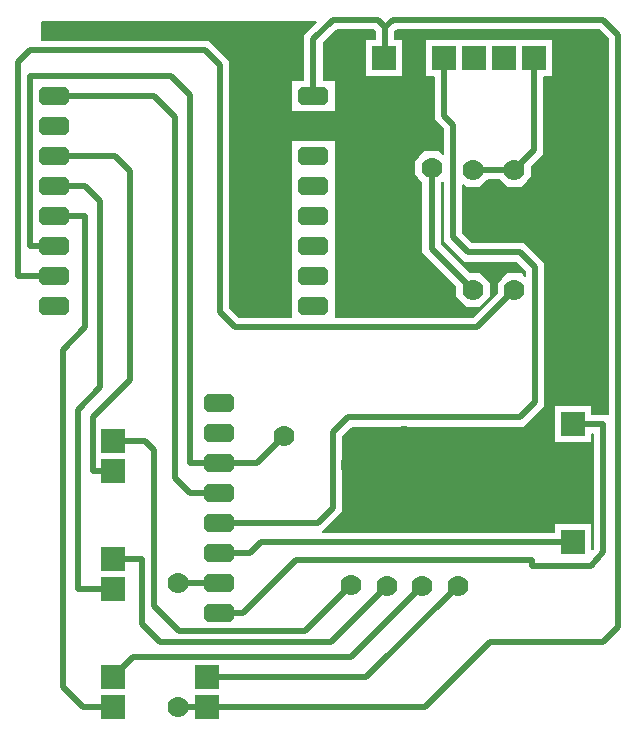
<source format=gbr>
G04 PROTEUS RS274X GERBER FILE*
%FSLAX45Y45*%
%MOMM*%
G01*
%ADD10C,0.508000*%
%ADD11C,0.381000*%
%ADD12C,0.203200*%
%AMDIL003*
4,1,8,
-1.270000,0.457200,-0.965200,0.762000,0.965200,0.762000,1.270000,0.457200,1.270000,-0.457200,
0.965200,-0.762000,-0.965200,-0.762000,-1.270000,-0.457200,-1.270000,0.457200,
0*%
%ADD13DIL003*%
%ADD14R,2.032000X2.032000*%
%ADD15C,1.778000*%
G36*
X-2400000Y+2753359D02*
X-980229Y+2753359D01*
X-802641Y+2575771D01*
X-802641Y+480271D01*
X-726229Y+403859D01*
X-287959Y+403859D01*
X-287959Y+1907159D01*
X+87959Y+1907159D01*
X+87959Y+403859D01*
X+1247729Y+403859D01*
X+1450141Y+606271D01*
X+1450141Y+696074D01*
X+1537926Y+783859D01*
X+1662074Y+783859D01*
X+1691641Y+754292D01*
X+1691641Y+789729D01*
X+1615229Y+866141D01*
X+1170729Y+866141D01*
X+993141Y+1043729D01*
X+993141Y+1547208D01*
X+986359Y+1540426D01*
X+986359Y+1019771D01*
X+1222271Y+783859D01*
X+1312074Y+783859D01*
X+1399859Y+696074D01*
X+1399859Y+571926D01*
X+1312074Y+484141D01*
X+1187926Y+484141D01*
X+1100141Y+571926D01*
X+1100141Y+661729D01*
X+813641Y+948229D01*
X+813641Y+1540426D01*
X+750141Y+1603926D01*
X+750141Y+1728074D01*
X+837926Y+1815859D01*
X+962074Y+1815859D01*
X+993141Y+1784792D01*
X+993141Y+1996229D01*
X+917641Y+2071729D01*
X+917641Y+2437441D01*
X+841441Y+2437441D01*
X+841441Y+2762559D01*
X+1928559Y+2762559D01*
X+1928559Y+2437441D01*
X+1852359Y+2437441D01*
X+1852359Y+1780229D01*
X+1749859Y+1677729D01*
X+1749859Y+1587926D01*
X+1662074Y+1500141D01*
X+1537926Y+1500141D01*
X+1474426Y+1563641D01*
X+1375574Y+1563641D01*
X+1312074Y+1500141D01*
X+1187926Y+1500141D01*
X+1165859Y+1522208D01*
X+1165859Y+1115271D01*
X+1242271Y+1038859D01*
X+1686771Y+1038859D01*
X+1864359Y+861271D01*
X+1864359Y-353271D01*
X+1686771Y-530859D01*
X+226271Y-530859D01*
X+149859Y-607271D01*
X+149859Y-1246771D01*
X-17011Y-1413641D01*
X+1937441Y-1413641D01*
X+1937441Y-1337441D01*
X+2262559Y-1337441D01*
X+2262559Y-1555447D01*
X+2263141Y-1554789D01*
X+2263141Y-586359D01*
X+2262559Y-586359D01*
X+2262559Y-662559D01*
X+1937441Y-662559D01*
X+1937441Y-337441D01*
X+2262559Y-337441D01*
X+2262559Y-413641D01*
X+2385271Y-413641D01*
X+2390141Y-418511D01*
X+2390141Y+2758229D01*
X+2313729Y+2834641D01*
X+607271Y+2834641D01*
X+594359Y+2821729D01*
X+594359Y+2791347D01*
X+592838Y+2762559D01*
X+658559Y+2762559D01*
X+658559Y+2437441D01*
X+333441Y+2437441D01*
X+333441Y+2762559D01*
X+419071Y+2762559D01*
X+421641Y+2797113D01*
X+421641Y+2821729D01*
X+408729Y+2834641D01*
X+99271Y+2834641D01*
X-13641Y+2721729D01*
X-13641Y+2415159D01*
X+87959Y+2415159D01*
X+87959Y+2140841D01*
X-287959Y+2140841D01*
X-287959Y+2415159D01*
X-186359Y+2415159D01*
X-186359Y+2793271D01*
X-79630Y+2900000D01*
X-2400000Y+2900000D01*
X-2400000Y+2753359D01*
G37*
%LPC*%
G36*
X-75081Y+2084160D02*
X-124919Y+2084160D01*
X-160160Y+2048919D01*
X-160160Y+1999081D01*
X-124919Y+1963840D01*
X-75081Y+1963840D01*
X-39840Y+1999081D01*
X-39840Y+2048919D01*
X-75081Y+2084160D01*
G37*
G36*
X+2080960Y+2574750D02*
X+2080960Y+2625250D01*
X+2045250Y+2660960D01*
X+1994750Y+2660960D01*
X+1959040Y+2625250D01*
X+1959040Y+2574750D01*
X+1994750Y+2539040D01*
X+2045250Y+2539040D01*
X+2080960Y+2574750D01*
G37*
G36*
X+810960Y+2574750D02*
X+810960Y+2625250D01*
X+775250Y+2660960D01*
X+724750Y+2660960D01*
X+689040Y+2625250D01*
X+689040Y+2574750D01*
X+724750Y+2539040D01*
X+775250Y+2539040D01*
X+810960Y+2574750D01*
G37*
G36*
X+2074750Y-1306960D02*
X+2125250Y-1306960D01*
X+2160960Y-1271250D01*
X+2160960Y-1220750D01*
X+2125250Y-1185040D01*
X+2074750Y-1185040D01*
X+2039040Y-1220750D01*
X+2039040Y-1271250D01*
X+2074750Y-1306960D01*
G37*
G36*
X+2125250Y-693040D02*
X+2074750Y-693040D01*
X+2039040Y-728750D01*
X+2039040Y-779250D01*
X+2074750Y-814960D01*
X+2125250Y-814960D01*
X+2160960Y-779250D01*
X+2160960Y-728750D01*
X+2125250Y-693040D01*
G37*
G36*
X+239990Y-801740D02*
X+200010Y-801740D01*
X+171740Y-830010D01*
X+171740Y-869990D01*
X+200010Y-898260D01*
X+239990Y-898260D01*
X+268260Y-869990D01*
X+268260Y-830010D01*
X+239990Y-801740D01*
G37*
G36*
X+539990Y-811740D02*
X+500010Y-811740D01*
X+471740Y-840010D01*
X+471740Y-879990D01*
X+500010Y-908260D01*
X+539990Y-908260D01*
X+568260Y-879990D01*
X+568260Y-840010D01*
X+539990Y-811740D01*
G37*
G36*
X+839990Y-811740D02*
X+800010Y-811740D01*
X+771740Y-840010D01*
X+771740Y-879990D01*
X+800010Y-908260D01*
X+839990Y-908260D01*
X+868260Y-879990D01*
X+868260Y-840010D01*
X+839990Y-811740D01*
G37*
G36*
X+1100010Y-902260D02*
X+1139990Y-902260D01*
X+1168260Y-873990D01*
X+1168260Y-834010D01*
X+1139990Y-805740D01*
X+1100010Y-805740D01*
X+1071740Y-834010D01*
X+1071740Y-873990D01*
X+1100010Y-902260D01*
G37*
G36*
X+919990Y+698260D02*
X+880010Y+698260D01*
X+851740Y+669990D01*
X+851740Y+630010D01*
X+880010Y+601740D01*
X+919990Y+601740D01*
X+948260Y+630010D01*
X+948260Y+669990D01*
X+919990Y+698260D01*
G37*
G36*
X+617740Y-580010D02*
X+617740Y-619990D01*
X+646010Y-648260D01*
X+685990Y-648260D01*
X+714260Y-619990D01*
X+714260Y-580010D01*
X+685990Y-551740D01*
X+646010Y-551740D01*
X+617740Y-580010D01*
G37*
%LPD*%
D10*
X+1120000Y-1870000D02*
X+344000Y-2646000D01*
X-1000000Y-2646000D01*
X+1250000Y+634000D02*
X+900000Y+984000D01*
X+900000Y+1666000D01*
X+820000Y-1876000D02*
X+219500Y-2476500D01*
X-1630500Y-2476500D01*
X-1800000Y-2646000D01*
X-900000Y-1592000D02*
X-635000Y-1592000D01*
X-543000Y-1500000D01*
X+2100000Y-1500000D01*
X-900000Y-1084000D02*
X-1143000Y-1084000D01*
X-1270000Y-957000D01*
X-1270000Y+2095500D01*
X-1452500Y+2278000D01*
X-2300000Y+2278000D01*
X-2300000Y+1262000D02*
X-2032000Y+1262000D01*
X-2032000Y+317500D01*
X-2222500Y+127000D01*
X-2222500Y-2730500D01*
X-2053000Y-2900000D01*
X-1800000Y-2900000D01*
X-2300000Y+1516000D02*
X-2032000Y+1516000D01*
X-1905000Y+1389000D01*
X-1905000Y-190500D01*
X-2095500Y-381000D01*
X-2095500Y-1900000D01*
X-1800000Y-1900000D01*
X-2300000Y+1770000D02*
X-1778000Y+1770000D01*
X-1651000Y+1643000D01*
X-1651000Y-127000D01*
X-1968500Y-444500D01*
X-1968500Y-900000D01*
X-1800000Y-900000D01*
D11*
X+2020000Y+2600000D02*
X+2020000Y+1397000D01*
X+1905000Y+1282000D01*
X+1905000Y-754000D01*
X+2100000Y-754000D01*
X+698500Y+1905000D02*
X+698500Y+851500D01*
X+900000Y+650000D01*
X+635000Y+2032000D02*
X+571500Y+2032000D01*
X+563500Y+2024000D01*
X-100000Y+2024000D01*
X+698500Y+1905000D02*
X+698500Y+1968500D01*
X+635000Y+2032000D01*
X+750000Y+2600000D02*
X+750000Y+2222500D01*
X+635000Y+2107500D01*
X+635000Y+2032000D01*
X+520000Y-860000D02*
X+230000Y-860000D01*
X+220000Y-850000D01*
X+820000Y-860000D02*
X+826000Y-854000D01*
X+1120000Y-854000D01*
X+2020000Y+2600000D02*
X+2020000Y+2794000D01*
X+750000Y+2794000D01*
X+750000Y+2600000D01*
X+2100000Y-1246000D02*
X+2100000Y-754000D01*
X+520000Y-860000D02*
X+820000Y-860000D01*
X+2100000Y-1246000D02*
X+1512000Y-1246000D01*
X+1120000Y-854000D01*
X+820000Y-860000D02*
X+820000Y-688900D01*
X+731100Y-600000D01*
X+666000Y-600000D01*
D10*
X-900000Y-830000D02*
X-580000Y-830000D01*
X-350000Y-600000D01*
X+1600000Y+1650000D02*
X+1766000Y+1816000D01*
X+1766000Y+2600000D01*
X+1600000Y+1650000D02*
X+1250000Y+1650000D01*
X-900000Y-1338000D02*
X-63500Y-1338000D01*
X+63500Y-1211000D01*
X+63500Y-571500D01*
X+190500Y-444500D01*
X+1651000Y-444500D01*
X+1778000Y-317500D01*
X+1778000Y+825500D01*
X+1651000Y+952500D01*
X+1206500Y+952500D01*
X+1079500Y+1079500D01*
X+1079500Y+2032000D01*
X+1004000Y+2107500D01*
X+1004000Y+2600000D01*
X+1397000Y-2349500D02*
X+1460500Y-2349500D01*
X+1524000Y-2349500D02*
X+1460500Y-2349500D01*
X+508000Y+2857500D02*
X+571500Y+2921000D01*
X+2349500Y+2921000D01*
X+2476500Y+2794000D01*
X+2476500Y-2222500D01*
X+2349500Y-2349500D01*
X+1524000Y-2349500D01*
X+1397000Y-2349500D02*
X+846500Y-2900000D01*
X-1000000Y-2900000D01*
X+508000Y+2857500D02*
X+444500Y+2921000D01*
X+63500Y+2921000D01*
X-100000Y+2757500D01*
X-100000Y+2278000D01*
X-1000000Y-2900000D02*
X-1250000Y-2900000D01*
X-900000Y-2100000D02*
X-698500Y-2100000D01*
X-248500Y-1650000D01*
X+1750000Y-1650000D01*
X+1750000Y-1700000D01*
X+2250000Y-1700000D01*
X+2349500Y-1587500D01*
X+2349500Y-500000D01*
X+2100000Y-500000D01*
X+508000Y+2857500D02*
X+508000Y+2794000D01*
X+496000Y+2600000D01*
X+520000Y-1876000D02*
X+46500Y-2349500D01*
X-1397000Y-2349500D01*
X-1550000Y-2196500D01*
X-1550000Y-1646000D01*
X-1800000Y-1646000D01*
X-1800000Y-646000D02*
X-1524000Y-646000D01*
X-1450000Y-720000D01*
X-1450000Y-2042500D01*
X-1239175Y-2253325D01*
X-167325Y-2253325D01*
X+220000Y-1866000D01*
X-900000Y-1846000D02*
X-1250000Y-1850000D01*
X-900000Y-830000D02*
X-1143000Y-830000D01*
X-1143000Y+2286000D01*
X-1307000Y+2450000D01*
X-2500000Y+2450000D01*
X-2500000Y+1008000D01*
X-2300000Y+1008000D01*
X-2300000Y+754000D02*
X-2600000Y+754000D01*
X-2600000Y+2564445D01*
X-2497445Y+2667000D01*
X-1016000Y+2667000D01*
X-889000Y+2540000D01*
X-889000Y+444500D01*
X-762000Y+317500D01*
X+1283500Y+317500D01*
X+1600000Y+634000D01*
D12*
X-2400000Y+2753359D02*
X-980229Y+2753359D01*
X-802641Y+2575771D01*
X-802641Y+480271D01*
X-726229Y+403859D01*
X-287959Y+403859D01*
X-287959Y+1907159D01*
X+87959Y+1907159D01*
X+87959Y+403859D01*
X+1247729Y+403859D01*
X+1450141Y+606271D01*
X+1450141Y+696074D01*
X+1537926Y+783859D01*
X+1662074Y+783859D01*
X+1691641Y+754292D01*
X+1691641Y+789729D01*
X+1615229Y+866141D01*
X+1170729Y+866141D01*
X+993141Y+1043729D01*
X+993141Y+1547208D01*
X+986359Y+1540426D01*
X+986359Y+1019771D01*
X+1222271Y+783859D01*
X+1312074Y+783859D01*
X+1399859Y+696074D01*
X+1399859Y+571926D01*
X+1312074Y+484141D01*
X+1187926Y+484141D01*
X+1100141Y+571926D01*
X+1100141Y+661729D01*
X+813641Y+948229D01*
X+813641Y+1540426D01*
X+750141Y+1603926D01*
X+750141Y+1728074D01*
X+837926Y+1815859D01*
X+962074Y+1815859D01*
X+993141Y+1784792D01*
X+993141Y+1996229D01*
X+917641Y+2071729D01*
X+917641Y+2437441D01*
X+841441Y+2437441D01*
X+841441Y+2762559D01*
X+1928559Y+2762559D01*
X+1928559Y+2437441D01*
X+1852359Y+2437441D01*
X+1852359Y+1780229D01*
X+1749859Y+1677729D01*
X+1749859Y+1587926D01*
X+1662074Y+1500141D01*
X+1537926Y+1500141D01*
X+1474426Y+1563641D01*
X+1375574Y+1563641D01*
X+1312074Y+1500141D01*
X+1187926Y+1500141D01*
X+1165859Y+1522208D01*
X+1165859Y+1115271D01*
X+1242271Y+1038859D01*
X+1686771Y+1038859D01*
X+1864359Y+861271D01*
X+1864359Y-353271D01*
X+1686771Y-530859D01*
X+226271Y-530859D01*
X+149859Y-607271D01*
X+149859Y-1246771D01*
X-17011Y-1413641D01*
X+1937441Y-1413641D01*
X+1937441Y-1337441D01*
X+2262559Y-1337441D01*
X+2262559Y-1555447D01*
X+2263141Y-1554789D01*
X+2263141Y-586359D01*
X+2262559Y-586359D01*
X+2262559Y-662559D01*
X+1937441Y-662559D01*
X+1937441Y-337441D01*
X+2262559Y-337441D01*
X+2262559Y-413641D01*
X+2385271Y-413641D01*
X+2390141Y-418511D01*
X+2390141Y+2758229D01*
X+2313729Y+2834641D01*
X+607271Y+2834641D01*
X+594359Y+2821729D01*
X+594359Y+2791347D01*
X+592838Y+2762559D01*
X+658559Y+2762559D01*
X+658559Y+2437441D01*
X+333441Y+2437441D01*
X+333441Y+2762559D01*
X+419071Y+2762559D01*
X+421641Y+2797113D01*
X+421641Y+2821729D01*
X+408729Y+2834641D01*
X+99271Y+2834641D01*
X-13641Y+2721729D01*
X-13641Y+2415159D01*
X+87959Y+2415159D01*
X+87959Y+2140841D01*
X-287959Y+2140841D01*
X-287959Y+2415159D01*
X-186359Y+2415159D01*
X-186359Y+2793271D01*
X-79630Y+2900000D01*
X-2400000Y+2900000D01*
X-2400000Y+2753359D01*
X-75081Y+2084160D02*
X-124919Y+2084160D01*
X-160160Y+2048919D01*
X-160160Y+1999081D01*
X-124919Y+1963840D01*
X-75081Y+1963840D01*
X-39840Y+1999081D01*
X-39840Y+2048919D01*
X-75081Y+2084160D01*
X+2080960Y+2574750D02*
X+2080960Y+2625250D01*
X+2045250Y+2660960D01*
X+1994750Y+2660960D01*
X+1959040Y+2625250D01*
X+1959040Y+2574750D01*
X+1994750Y+2539040D01*
X+2045250Y+2539040D01*
X+2080960Y+2574750D01*
X+810960Y+2574750D02*
X+810960Y+2625250D01*
X+775250Y+2660960D01*
X+724750Y+2660960D01*
X+689040Y+2625250D01*
X+689040Y+2574750D01*
X+724750Y+2539040D01*
X+775250Y+2539040D01*
X+810960Y+2574750D01*
X+2074750Y-1306960D02*
X+2125250Y-1306960D01*
X+2160960Y-1271250D01*
X+2160960Y-1220750D01*
X+2125250Y-1185040D01*
X+2074750Y-1185040D01*
X+2039040Y-1220750D01*
X+2039040Y-1271250D01*
X+2074750Y-1306960D01*
X+2125250Y-693040D02*
X+2074750Y-693040D01*
X+2039040Y-728750D01*
X+2039040Y-779250D01*
X+2074750Y-814960D01*
X+2125250Y-814960D01*
X+2160960Y-779250D01*
X+2160960Y-728750D01*
X+2125250Y-693040D01*
X+239990Y-801740D02*
X+200010Y-801740D01*
X+171740Y-830010D01*
X+171740Y-869990D01*
X+200010Y-898260D01*
X+239990Y-898260D01*
X+268260Y-869990D01*
X+268260Y-830010D01*
X+239990Y-801740D01*
X+539990Y-811740D02*
X+500010Y-811740D01*
X+471740Y-840010D01*
X+471740Y-879990D01*
X+500010Y-908260D01*
X+539990Y-908260D01*
X+568260Y-879990D01*
X+568260Y-840010D01*
X+539990Y-811740D01*
X+839990Y-811740D02*
X+800010Y-811740D01*
X+771740Y-840010D01*
X+771740Y-879990D01*
X+800010Y-908260D01*
X+839990Y-908260D01*
X+868260Y-879990D01*
X+868260Y-840010D01*
X+839990Y-811740D01*
X+1100010Y-902260D02*
X+1139990Y-902260D01*
X+1168260Y-873990D01*
X+1168260Y-834010D01*
X+1139990Y-805740D01*
X+1100010Y-805740D01*
X+1071740Y-834010D01*
X+1071740Y-873990D01*
X+1100010Y-902260D01*
X+919990Y+698260D02*
X+880010Y+698260D01*
X+851740Y+669990D01*
X+851740Y+630010D01*
X+880010Y+601740D01*
X+919990Y+601740D01*
X+948260Y+630010D01*
X+948260Y+669990D01*
X+919990Y+698260D01*
X+617740Y-580010D02*
X+617740Y-619990D01*
X+646010Y-648260D01*
X+685990Y-648260D01*
X+714260Y-619990D01*
X+714260Y-580010D01*
X+685990Y-551740D01*
X+646010Y-551740D01*
X+617740Y-580010D01*
X-100000Y+2084160D02*
X-100000Y+2024000D01*
X-100000Y+1963840D02*
X-100000Y+2024000D01*
X-39840Y+2024000D02*
X-100000Y+2024000D01*
X-160160Y+2024000D02*
X-100000Y+2024000D01*
X+2080960Y+2600000D02*
X+2020000Y+2600000D01*
X+1959040Y+2600000D02*
X+2020000Y+2600000D01*
X+2020000Y+2539040D02*
X+2020000Y+2600000D01*
X+2020000Y+2660960D02*
X+2020000Y+2600000D01*
X+810960Y+2600000D02*
X+750000Y+2600000D01*
X+689040Y+2600000D02*
X+750000Y+2600000D01*
X+750000Y+2539040D02*
X+750000Y+2600000D01*
X+750000Y+2660960D02*
X+750000Y+2600000D01*
X+2100000Y-1306960D02*
X+2100000Y-1246000D01*
X+2100000Y-1185040D02*
X+2100000Y-1246000D01*
X+2039040Y-1246000D02*
X+2100000Y-1246000D01*
X+2160960Y-1246000D02*
X+2100000Y-1246000D01*
X+2100000Y-693040D02*
X+2100000Y-754000D01*
X+2100000Y-814960D02*
X+2100000Y-754000D01*
X+2160960Y-754000D02*
X+2100000Y-754000D01*
X+2039040Y-754000D02*
X+2100000Y-754000D01*
X+220000Y-801740D02*
X+220000Y-850000D01*
X+220000Y-898260D02*
X+220000Y-850000D01*
X+268260Y-850000D02*
X+220000Y-850000D01*
X+171740Y-850000D02*
X+220000Y-850000D01*
X+520000Y-811740D02*
X+520000Y-860000D01*
X+520000Y-908260D02*
X+520000Y-860000D01*
X+568260Y-860000D02*
X+520000Y-860000D01*
X+471740Y-860000D02*
X+520000Y-860000D01*
X+820000Y-811740D02*
X+820000Y-860000D01*
X+820000Y-908260D02*
X+820000Y-860000D01*
X+868260Y-860000D02*
X+820000Y-860000D01*
X+771740Y-860000D02*
X+820000Y-860000D01*
X+1120000Y-902260D02*
X+1120000Y-854000D01*
X+1120000Y-805740D02*
X+1120000Y-854000D01*
X+1071740Y-854000D02*
X+1120000Y-854000D01*
X+1168260Y-854000D02*
X+1120000Y-854000D01*
X+900000Y+698260D02*
X+900000Y+650000D01*
X+900000Y+601740D02*
X+900000Y+650000D01*
X+948260Y+650000D02*
X+900000Y+650000D01*
X+851740Y+650000D02*
X+900000Y+650000D01*
X+617740Y-600000D02*
X+666000Y-600000D01*
X+714260Y-600000D02*
X+666000Y-600000D01*
X+666000Y-551740D02*
X+666000Y-600000D01*
X+666000Y-648260D02*
X+666000Y-600000D01*
D13*
X-2300000Y+2278000D03*
X-2300000Y+2024000D03*
X-2300000Y+1770000D03*
X-2300000Y+1516000D03*
X-2300000Y+1262000D03*
X-2300000Y+1008000D03*
X-2300000Y+754000D03*
X-2300000Y+500000D03*
X-100000Y+2278000D03*
X-100000Y+2024000D03*
X-100000Y+1770000D03*
X-100000Y+1516000D03*
X-100000Y+1262000D03*
X-100000Y+1008000D03*
X-100000Y+754000D03*
X-100000Y+500000D03*
D14*
X+2020000Y+2600000D03*
X+1766000Y+2600000D03*
X+1512000Y+2600000D03*
X+1258000Y+2600000D03*
X+1004000Y+2600000D03*
X+750000Y+2600000D03*
X+496000Y+2600000D03*
X-1800000Y-900000D03*
X-1800000Y-646000D03*
X-1800000Y-1900000D03*
X-1800000Y-1646000D03*
X-1800000Y-2900000D03*
X-1800000Y-2646000D03*
X-1000000Y-2900000D03*
X-1000000Y-2646000D03*
X+2100000Y-1500000D03*
X+2100000Y-1246000D03*
X+2100000Y-500000D03*
X+2100000Y-754000D03*
D15*
X+220000Y-850000D03*
X+220000Y-1866000D03*
X+520000Y-860000D03*
X+520000Y-1876000D03*
X+820000Y-860000D03*
X+820000Y-1876000D03*
X+1120000Y-1870000D03*
X+1120000Y-854000D03*
X+900000Y+1666000D03*
X+900000Y+650000D03*
X+1600000Y+1650000D03*
X+1600000Y+634000D03*
X+1250000Y+1650000D03*
X+1250000Y+634000D03*
X-350000Y-600000D03*
X+666000Y-600000D03*
D13*
X-900000Y-2100000D03*
X-900000Y-1846000D03*
X-900000Y-1592000D03*
X-900000Y-1338000D03*
X-900000Y-1084000D03*
X-900000Y-830000D03*
X-900000Y-576000D03*
X-900000Y-322000D03*
D15*
X-1250000Y-1850000D03*
X-1250000Y-2900000D03*
M02*

</source>
